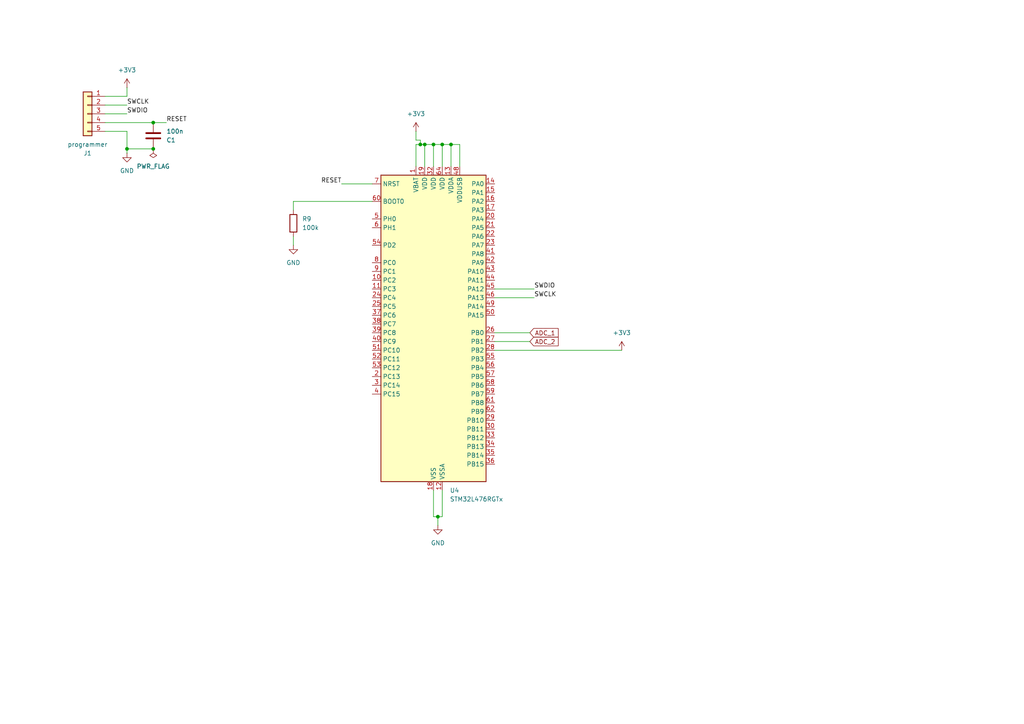
<source format=kicad_sch>
(kicad_sch (version 20231120) (generator "eeschema") (generator_version "8.0")
  (paper "A4")
  (lib_symbols
    (symbol "Connector_Generic:Conn_01x05" (pin_names (offset 1.016) hide)
      (property "Reference" "J" (at 0 7.62 0))
      (property "Value" "Conn_01x05" (at 0 -7.62 0))
      (symbol "Conn_01x05_1_1"
        (rectangle (start -1.27 -4.953) (end 0 -5.207) (stroke (width 0.1524)))
        (rectangle (start -1.27 -2.413) (end 0 -2.667) (stroke (width 0.1524)))
        (rectangle (start -1.27 0.127) (end 0 -0.127) (stroke (width 0.1524)))
        (rectangle (start -1.27 2.667) (end 0 2.413) (stroke (width 0.1524)))
        (rectangle (start -1.27 5.207) (end 0 4.953) (stroke (width 0.1524)))
        (rectangle (start -1.27 6.35) (end 1.27 -6.35) (stroke (width 0.254)) (fill (type background)))
        (pin passive line (at -5.08 5.08 0) (length 3.81) (name "Pin_1") (number "1"))
        (pin passive line (at -5.08 2.54 0) (length 3.81) (name "Pin_2") (number "2"))
        (pin passive line (at -5.08 0 0) (length 3.81) (name "Pin_3") (number "3"))
        (pin passive line (at -5.08 -2.54 0) (length 3.81) (name "Pin_4") (number "4"))
        (pin passive line (at -5.08 -5.08 0) (length 3.81) (name "Pin_5") (number "5"))
      )
    )
    (symbol "Device:C" (pin_numbers hide) (pin_names (offset 0.254))
      (property "Reference" "C" (at 0.635 2.54 0))
      (property "Value" "C" (at 0.635 -2.54 0))
      (symbol "C_0_1"
        (polyline (pts (xy -2.032 -0.762) (xy 2.032 -0.762)) (stroke (width 0.508)))
        (polyline (pts (xy -2.032 0.762) (xy 2.032 0.762)) (stroke (width 0.508)))
      )
      (symbol "C_1_1"
        (pin passive line (at 0 3.81 270) (length 2.794) (name "~") (number "1"))
        (pin passive line (at 0 -3.81 90) (length 2.794) (name "~") (number "2"))
      )
    )
    (symbol "Device:R" (pin_numbers hide) (pin_names (offset 0))
      (property "Reference" "R" (at 2.032 0 90))
      (property "Value" "R" (at 0 0 90))
      (symbol "R_0_1"
        (rectangle (start -1.016 -2.54) (end 1.016 2.54) (stroke (width 0.254)))
      )
      (symbol "R_1_1"
        (pin passive line (at 0 3.81 270) (length 1.27) (name "~") (number "1"))
        (pin passive line (at 0 -3.81 90) (length 1.27) (name "~") (number "2"))
      )
    )
    (symbol "MCU_ST_STM32L4:STM32L476RGTx"
      (property "Reference" "U" (at -15.24 46.99 0))
      (property "Value" "STM32L476RGTx" (at 10.16 46.99 0))
      (symbol "STM32L476RGTx_0_1"
        (rectangle (start -15.24 -43.18) (end 15.24 45.72) (stroke (width 0.254)) (fill (type background)))
      )
      (symbol "STM32L476RGTx_1_1"
        (pin power_in line (at -5.08 48.26 270) (length 2.54) (name "VBAT") (number "1"))
        (pin bidirectional line (at -17.78 15.24 0) (length 2.54) (name "PC2") (number "10"))
        (pin bidirectional line (at -17.78 12.7 0) (length 2.54) (name "PC3") (number "11"))
        (pin power_in line (at 2.54 -45.72 90) (length 2.54) (name "VSSA") (number "12"))
        (pin power_in line (at 5.08 48.26 270) (length 2.54) (name "VDDA") (number "13"))
        (pin bidirectional line (at 17.78 43.18 180) (length 2.54) (name "PA0") (number "14"))
        (pin bidirectional line (at 17.78 40.64 180) (length 2.54) (name "PA1") (number "15"))
        (pin bidirectional line (at 17.78 38.1 180) (length 2.54) (name "PA2") (number "16"))
        (pin bidirectional line (at 17.78 35.56 180) (length 2.54) (name "PA3") (number "17"))
        (pin power_in line (at 0 -45.72 90) (length 2.54) (name "VSS") (number "18"))
        (pin power_in line (at -2.54 48.26 270) (length 2.54) (name "VDD") (number "19"))
        (pin bidirectional line (at -17.78 -12.7 0) (length 2.54) (name "PC13") (number "2"))
        (pin bidirectional line (at 17.78 33.02 180) (length 2.54) (name "PA4") (number "20"))
        (pin bidirectional line (at 17.78 30.48 180) (length 2.54) (name "PA5") (number "21"))
        (pin bidirectional line (at 17.78 27.94 180) (length 2.54) (name "PA6") (number "22"))
        (pin bidirectional line (at 17.78 25.4 180) (length 2.54) (name "PA7") (number "23"))
        (pin bidirectional line (at -17.78 10.16 0) (length 2.54) (name "PC4") (number "24"))
        (pin bidirectional line (at -17.78 7.62 0) (length 2.54) (name "PC5") (number "25"))
        (pin bidirectional line (at 17.78 0 180) (length 2.54) (name "PB0") (number "26"))
        (pin bidirectional line (at 17.78 -2.54 180) (length 2.54) (name "PB1") (number "27"))
        (pin bidirectional line (at 17.78 -5.08 180) (length 2.54) (name "PB2") (number "28"))
        (pin bidirectional line (at 17.78 -25.4 180) (length 2.54) (name "PB10") (number "29"))
        (pin bidirectional line (at -17.78 -15.24 0) (length 2.54) (name "PC14") (number "3"))
        (pin bidirectional line (at 17.78 -27.94 180) (length 2.54) (name "PB11") (number "30"))
        (pin passive line (at 0 -45.72 90) (length 2.54) hide (name "VSS") (number "31"))
        (pin power_in line (at 0 48.26 270) (length 2.54) (name "VDD") (number "32"))
        (pin bidirectional line (at 17.78 -30.48 180) (length 2.54) (name "PB12") (number "33"))
        (pin bidirectional line (at 17.78 -33.02 180) (length 2.54) (name "PB13") (number "34"))
        (pin bidirectional line (at 17.78 -35.56 180) (length 2.54) (name "PB14") (number "35"))
        (pin bidirectional line (at 17.78 -38.1 180) (length 2.54) (name "PB15") (number "36"))
        (pin bidirectional line (at -17.78 5.08 0) (length 2.54) (name "PC6") (number "37"))
        (pin bidirectional line (at -17.78 2.54 0) (length 2.54) (name "PC7") (number "38"))
        (pin bidirectional line (at -17.78 0 0) (length 2.54) (name "PC8") (number "39"))
        (pin bidirectional line (at -17.78 -17.78 0) (length 2.54) (name "PC15") (number "4"))
        (pin bidirectional line (at -17.78 -2.54 0) (length 2.54) (name "PC9") (number "40"))
        (pin bidirectional line (at 17.78 22.86 180) (length 2.54) (name "PA8") (number "41"))
        (pin bidirectional line (at 17.78 20.32 180) (length 2.54) (name "PA9") (number "42"))
        (pin bidirectional line (at 17.78 17.78 180) (length 2.54) (name "PA10") (number "43"))
        (pin bidirectional line (at 17.78 15.24 180) (length 2.54) (name "PA11") (number "44"))
        (pin bidirectional line (at 17.78 12.7 180) (length 2.54) (name "PA12") (number "45"))
        (pin bidirectional line (at 17.78 10.16 180) (length 2.54) (name "PA13") (number "46"))
        (pin passive line (at 0 -45.72 90) (length 2.54) hide (name "VSS") (number "47"))
        (pin power_in line (at 7.62 48.26 270) (length 2.54) (name "VDDUSB") (number "48"))
        (pin bidirectional line (at 17.78 7.62 180) (length 2.54) (name "PA14") (number "49"))
        (pin bidirectional line (at -17.78 33.02 0) (length 2.54) (name "PH0") (number "5"))
        (pin bidirectional line (at 17.78 5.08 180) (length 2.54) (name "PA15") (number "50"))
        (pin bidirectional line (at -17.78 -5.08 0) (length 2.54) (name "PC10") (number "51"))
        (pin bidirectional line (at -17.78 -7.62 0) (length 2.54) (name "PC11") (number "52"))
        (pin bidirectional line (at -17.78 -10.16 0) (length 2.54) (name "PC12") (number "53"))
        (pin bidirectional line (at -17.78 25.4 0) (length 2.54) (name "PD2") (number "54"))
        (pin bidirectional line (at 17.78 -7.62 180) (length 2.54) (name "PB3") (number "55"))
        (pin bidirectional line (at 17.78 -10.16 180) (length 2.54) (name "PB4") (number "56"))
        (pin bidirectional line (at 17.78 -12.7 180) (length 2.54) (name "PB5") (number "57"))
        (pin bidirectional line (at 17.78 -15.24 180) (length 2.54) (name "PB6") (number "58"))
        (pin bidirectional line (at 17.78 -17.78 180) (length 2.54) (name "PB7") (number "59"))
        (pin bidirectional line (at -17.78 30.48 0) (length 2.54) (name "PH1") (number "6"))
        (pin input line (at -17.78 38.1 0) (length 2.54) (name "BOOT0") (number "60"))
        (pin bidirectional line (at 17.78 -20.32 180) (length 2.54) (name "PB8") (number "61"))
        (pin bidirectional line (at 17.78 -22.86 180) (length 2.54) (name "PB9") (number "62"))
        (pin passive line (at 0 -45.72 90) (length 2.54) hide (name "VSS") (number "63"))
        (pin power_in line (at 2.54 48.26 270) (length 2.54) (name "VDD") (number "64"))
        (pin input line (at -17.78 43.18 0) (length 2.54) (name "NRST") (number "7"))
        (pin bidirectional line (at -17.78 20.32 0) (length 2.54) (name "PC0") (number "8"))
        (pin bidirectional line (at -17.78 17.78 0) (length 2.54) (name "PC1") (number "9"))
      )
    )
    (symbol "power:+3V3" (power) (pin_numbers hide) (pin_names (offset 0) hide)
      (property "Value" "+3V3" (at 0 3.556 0))
      (symbol "+3V3_0_1"
        (polyline (pts (xy -0.762 1.27) (xy 0 2.54)))
        (polyline (pts (xy 0 0) (xy 0 2.54)))
        (polyline (pts (xy 0 2.54) (xy 0.762 1.27)))
      )
      (symbol "+3V3_1_1"
        (pin power_in line (at 0 0 90) (length 0) (name "~") (number "1"))
      )
    )
    (symbol "power:GND" (power) (pin_numbers hide) (pin_names (offset 0) hide)
      (property "Value" "GND" (at 0 -3.81 0))
      (symbol "GND_0_1"
        (polyline (pts (xy 0 0) (xy 0 -1.27) (xy 1.27 -1.27) (xy 0 -2.54) (xy -1.27 -1.27) (xy 0 -1.27)))
      )
      (symbol "GND_1_1"
        (pin power_in line (at 0 0 270) (length 0) (name "~") (number "1"))
      )
    )
    (symbol "power:PWR_FLAG" (power) (pin_numbers hide) (pin_names (offset 0) hide)
      (property "Value" "PWR_FLAG" (at 0 3.81 0))
      (symbol "PWR_FLAG_0_0"
        (pin power_out line (at 0 0 90) (length 0) (name "~") (number "1"))
      )
      (symbol "PWR_FLAG_0_1"
        (polyline (pts (xy 0 0) (xy 0 1.27) (xy -1.016 1.905) (xy 0 2.54) (xy 1.016 1.905) (xy 0 1.27)))
      )
    )
  )
  (junction (at 125.73 41.91))
  (junction (at 44.45 35.56))
  (junction (at 121.92 41.91))
  (junction (at 44.45 43.18))
  (junction (at 128.27 41.91))
  (junction (at 127 149.86))
  (junction (at 36.83 43.18))
  (junction (at 130.81 41.91))
  (junction (at 123.19 41.91))
  (wire (pts (xy 120.65 48.26) (xy 120.65 41.91)))
  (wire (pts (xy 85.09 58.42) (xy 107.95 58.42)))
  (wire (pts (xy 44.45 35.56) (xy 48.26 35.56)))
  (wire (pts (xy 130.81 48.26) (xy 130.81 41.91)))
  (wire (pts (xy 125.73 142.24) (xy 125.73 149.86)))
  (wire (pts (xy 127 149.86) (xy 128.27 149.86)))
  (wire (pts (xy 30.48 27.94) (xy 36.83 27.94)))
  (wire (pts (xy 153.67 96.52) (xy 143.51 96.52)))
  (wire (pts (xy 153.67 99.06) (xy 143.51 99.06)))
  (wire (pts (xy 85.09 58.42) (xy 85.09 60.96)))
  (wire (pts (xy 128.27 48.26) (xy 128.27 41.91)))
  (wire (pts (xy 36.83 43.18) (xy 44.45 43.18)))
  (wire (pts (xy 127 152.4) (xy 127 149.86)))
  (wire (pts (xy 36.83 25.4) (xy 36.83 27.94)))
  (wire (pts (xy 130.81 41.91) (xy 128.27 41.91)))
  (wire (pts (xy 30.48 33.02) (xy 36.83 33.02)))
  (wire (pts (xy 30.48 35.56) (xy 44.45 35.56)))
  (wire (pts (xy 36.83 38.1) (xy 36.83 43.18)))
  (wire (pts (xy 121.92 40.64) (xy 121.92 41.91)))
  (wire (pts (xy 120.65 41.91) (xy 121.92 41.91)))
  (wire (pts (xy 128.27 149.86) (xy 128.27 142.24)))
  (wire (pts (xy 30.48 38.1) (xy 36.83 38.1)))
  (wire (pts (xy 123.19 41.91) (xy 123.19 48.26)))
  (wire (pts (xy 128.27 41.91) (xy 125.73 41.91)))
  (wire (pts (xy 36.83 43.18) (xy 36.83 44.45)))
  (wire (pts (xy 143.51 101.6) (xy 180.34 101.6)))
  (wire (pts (xy 125.73 149.86) (xy 127 149.86)))
  (wire (pts (xy 125.73 41.91) (xy 123.19 41.91)))
  (wire (pts (xy 121.92 41.91) (xy 123.19 41.91)))
  (wire (pts (xy 125.73 48.26) (xy 125.73 41.91)))
  (wire (pts (xy 85.09 68.58) (xy 85.09 71.12)))
  (wire (pts (xy 120.65 38.1) (xy 120.65 40.64)))
  (wire (pts (xy 133.35 48.26) (xy 133.35 41.91)))
  (wire (pts (xy 143.51 86.36) (xy 154.94 86.36)))
  (wire (pts (xy 120.65 40.64) (xy 121.92 40.64)))
  (wire (pts (xy 143.51 83.82) (xy 154.94 83.82)))
  (wire (pts (xy 133.35 41.91) (xy 130.81 41.91)))
  (wire (pts (xy 99.06 53.34) (xy 107.95 53.34)))
  (wire (pts (xy 30.48 30.48) (xy 36.83 30.48)))
  (label "RESET" (at 48.26 35.56 0))
  (label "SWDIO" (at 154.94 83.82 0))
  (label "SWCLK" (at 36.83 30.48 0))
  (label "SWDIO" (at 36.83 33.02 0))
  (label "SWCLK" (at 154.94 86.36 0))
  (label "RESET" (at 99.06 53.34 180))
  (global_label "ADC_2" (shape input) (at 153.67 99.06 0) (property "Intersheetrefs" "${INTERSHEET_REFS}" (effects (hide yes))))
  (global_label "ADC_1" (shape input) (at 153.67 96.52 0) (property "Intersheetrefs" "${INTERSHEET_REFS}" (effects (hide yes))))
  (symbol (lib_id "power:GND") (at 85.09 71.12 0) (unit 1)
    (property "Reference" "#PWR03" (effects (hide yes)))
    (property "Value" "GND" (at 85.09 76.2 0))
    (property "Description" "Power symbol creates a global label with name \"GND\" , ground" (effects (hide yes)))
  )
  (symbol (lib_id "power:PWR_FLAG") (at 44.45 43.18 180) (unit 1)
    (property "Reference" "#FLG01" (effects (hide yes)))
    (property "Value" "PWR_FLAG" (at 44.45 48.26 0))
    (property "Description" "Special symbol for telling ERC where power comes from" (effects (hide yes)))
  )
  (symbol (lib_id "Connector_Generic:Conn_01x05") (at 25.4 33.02 0) (mirror y) (unit 1)
    (property "Reference" "J1" (at 25.4 44.45 0))
    (property "Value" "programmer" (at 25.4 41.91 0))
    (property "Footprint" "Connector_PinSocket_2.54mm:PinSocket_1x05_P2.54mm_Vertical" (effects (hide yes)))
    (property "Description" "Generic connector, single row, 01x05, script generated (kicad-library-utils/schlib/autogen/connector/)" (effects (hide yes)))
  )
  (symbol (lib_id "power:GND") (at 36.83 44.45 0) (mirror y) (unit 1)
    (property "Reference" "#PWR02" (effects (hide yes)))
    (property "Value" "GND" (at 36.83 49.53 0))
    (property "Description" "Power symbol creates a global label with name \"GND\" , ground" (effects (hide yes)))
  )
  (symbol (lib_id "Device:R") (at 85.09 64.77 0) (unit 1)
    (property "Reference" "R9" (at 87.63 63.4999 0) (effects (justify left)))
    (property "Value" "100k" (at 87.63 66.0399 0) (effects (justify left)))
    (property "Footprint" "Resistor_SMD:R_0805_2012Metric_Pad1.20x1.40mm_HandSolder" (effects (hide yes)))
    (property "Description" "Resistor" (effects (hide yes)))
  )
  (symbol (lib_id "power:+3V3") (at 36.83 25.4 0) (mirror y) (unit 1)
    (property "Reference" "#PWR01" (effects (hide yes)))
    (property "Value" "+3V3" (at 36.83 20.32 0))
    (property "Description" "Power symbol creates a global label with name \"+3V3\"" (effects (hide yes)))
  )
  (symbol (lib_id "power:+3V3") (at 120.65 38.1 0) (unit 1)
    (property "Reference" "#PWR05" (effects (hide yes)))
    (property "Value" "+3V3" (at 120.65 33.02 0))
    (property "Description" "Power symbol creates a global label with name \"+3V3\"" (effects (hide yes)))
  )
  (symbol (lib_id "Device:C") (at 44.45 39.37 0) (mirror x) (unit 1)
    (property "Reference" "C1" (at 48.26 40.6401 0) (effects (justify left)))
    (property "Value" "100n" (at 48.26 38.1001 0) (effects (justify left)))
    (property "Footprint" "Capacitor_SMD:C_0805_2012Metric_Pad1.18x1.45mm_HandSolder" (effects (hide yes)))
    (property "Description" "Unpolarized capacitor" (effects (hide yes)))
  )
  (symbol (lib_id "power:+3V3") (at 180.34 101.6 0) (unit 1)
    (property "Reference" "#PWR04" (effects (hide yes)))
    (property "Value" "+3V3" (at 180.34 96.52 0))
    (property "Description" "Power symbol creates a global label with name \"+3V3\"" (effects (hide yes)))
  )
  (symbol (lib_id "power:GND") (at 127 152.4 0) (unit 1)
    (property "Reference" "#PWR06" (effects (hide yes)))
    (property "Value" "GND" (at 127 157.48 0))
    (property "Description" "Power symbol creates a global label with name \"GND\" , ground" (effects (hide yes)))
  )
  (symbol (lib_id "MCU_ST_STM32L4:STM32L476RGTx") (at 125.73 96.52 0) (unit 1)
    (property "Reference" "U4" (at 130.4641 142.24 0) (effects (justify left)))
    (property "Value" "STM32L476RGTx" (at 130.4641 144.78 0) (effects (justify left)))
    (property "Footprint" "Package_QFP:LQFP-64_10x10mm_P0.5mm" (effects (hide yes)))
    (property "Datasheet" "https://www.st.com/resource/en/datasheet/stm32l476rg.pdf" (effects (hide yes)))
    (property "Description" "STMicroelectronics Arm Cortex-M4 MCU, 1024KB flash, 128KB RAM, 80 MHz, 1.71-3.6V, 51 GPIO, LQFP64" (effects (hide yes)))
  )
)
</source>
